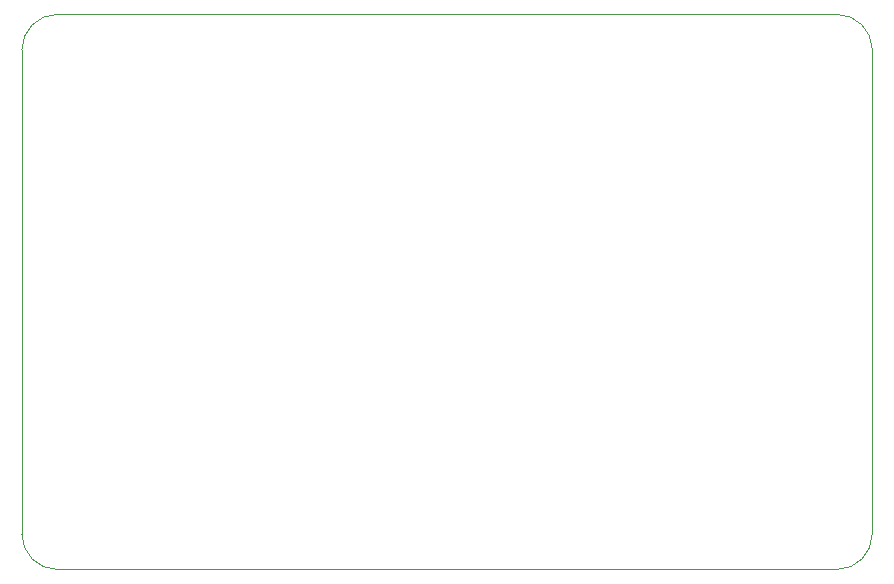
<source format=gbr>
%TF.GenerationSoftware,KiCad,Pcbnew,6.0.6-3a73a75311~116~ubuntu20.04.1*%
%TF.CreationDate,2023-06-17T23:04:22+09:00*%
%TF.ProjectId,catchrobo2023,63617463-6872-46f6-926f-323032332e6b,rev?*%
%TF.SameCoordinates,Original*%
%TF.FileFunction,Profile,NP*%
%FSLAX46Y46*%
G04 Gerber Fmt 4.6, Leading zero omitted, Abs format (unit mm)*
G04 Created by KiCad (PCBNEW 6.0.6-3a73a75311~116~ubuntu20.04.1) date 2023-06-17 23:04:22*
%MOMM*%
%LPD*%
G01*
G04 APERTURE LIST*
%TA.AperFunction,Profile*%
%ADD10C,0.100000*%
%TD*%
G04 APERTURE END LIST*
D10*
X69000000Y0D02*
G75*
G03*
X72000000Y3000000I0J3000000D01*
G01*
X0Y44000000D02*
X0Y3000000D01*
X72000000Y3000000D02*
X72000000Y44000000D01*
X0Y3000000D02*
G75*
G03*
X3000000Y0I3000000J0D01*
G01*
X72000000Y44000000D02*
G75*
G03*
X69000000Y47000000I-3000000J0D01*
G01*
X69000000Y47000000D02*
X3000000Y47000000D01*
X3000000Y0D02*
X69000000Y0D01*
X3000000Y47000000D02*
G75*
G03*
X0Y44000000I0J-3000000D01*
G01*
M02*

</source>
